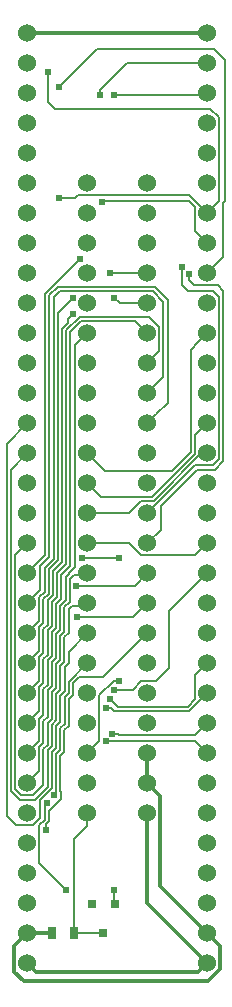
<source format=gtl>
G04 #@! TF.FileFunction,Copper,L1,Top,Signal*
%FSLAX46Y46*%
G04 Gerber Fmt 4.6, Leading zero omitted, Abs format (unit mm)*
G04 Created by KiCad (PCBNEW 4.0.7-e2-6376~58~ubuntu16.04.1) date Tue Apr  3 20:01:17 2018*
%MOMM*%
%LPD*%
G01*
G04 APERTURE LIST*
%ADD10C,0.203200*%
%ADD11C,1.524000*%
%ADD12R,0.800000X0.800000*%
%ADD13R,0.800000X1.000000*%
%ADD14C,0.609600*%
%ADD15C,0.304800*%
%ADD16C,0.177800*%
G04 APERTURE END LIST*
D10*
D11*
X144272000Y-69088000D03*
X144272000Y-71628000D03*
X144272000Y-74168000D03*
X144272000Y-76708000D03*
X144272000Y-79248000D03*
X144272000Y-81788000D03*
X144272000Y-84328000D03*
X144272000Y-86868000D03*
X144272000Y-89408000D03*
X144272000Y-91948000D03*
X144272000Y-94488000D03*
X144272000Y-97028000D03*
X144272000Y-99568000D03*
X144272000Y-102108000D03*
X144272000Y-104648000D03*
X144272000Y-107188000D03*
X144272000Y-109728000D03*
X144272000Y-112268000D03*
X144272000Y-114808000D03*
X144272000Y-117348000D03*
X144272000Y-119888000D03*
X144272000Y-122428000D03*
X144272000Y-124968000D03*
X144272000Y-127508000D03*
X144272000Y-130048000D03*
X144272000Y-132588000D03*
X144272000Y-135128000D03*
X144272000Y-137668000D03*
X144272000Y-140208000D03*
X144272000Y-142748000D03*
X144272000Y-145288000D03*
X144272000Y-147828000D03*
X159512000Y-147828000D03*
X159512000Y-145288000D03*
X159512000Y-142748000D03*
X159512000Y-140208000D03*
X159512000Y-137668000D03*
X159512000Y-135128000D03*
X159512000Y-132588000D03*
X159512000Y-130048000D03*
X159512000Y-127508000D03*
X159512000Y-124968000D03*
X159512000Y-122428000D03*
X159512000Y-119888000D03*
X159512000Y-117348000D03*
X159512000Y-114808000D03*
X159512000Y-112268000D03*
X159512000Y-109728000D03*
X159512000Y-107188000D03*
X159512000Y-104648000D03*
X159512000Y-102108000D03*
X159512000Y-99568000D03*
X159512000Y-97028000D03*
X159512000Y-94488000D03*
X159512000Y-91948000D03*
X159512000Y-89408000D03*
X159512000Y-86868000D03*
X159512000Y-84328000D03*
X159512000Y-81788000D03*
X159512000Y-79248000D03*
X159512000Y-76708000D03*
X159512000Y-74168000D03*
X159512000Y-71628000D03*
X159512000Y-69088000D03*
X154432000Y-135128000D03*
X154432000Y-132588000D03*
X154432000Y-130048000D03*
X154432000Y-127508000D03*
X154432000Y-124968000D03*
X154432000Y-122428000D03*
X154432000Y-119888000D03*
X154432000Y-117348000D03*
X154432000Y-114808000D03*
X154432000Y-112268000D03*
X154432000Y-109728000D03*
X154432000Y-107188000D03*
X154432000Y-104648000D03*
X154432000Y-102108000D03*
X154432000Y-99568000D03*
X154432000Y-97028000D03*
X154432000Y-94488000D03*
X154432000Y-91948000D03*
X154432000Y-89408000D03*
X154432000Y-86868000D03*
X154432000Y-84328000D03*
X154432000Y-81788000D03*
X149352000Y-135128000D03*
X149352000Y-132588000D03*
X149352000Y-130048000D03*
X149352000Y-127508000D03*
X149352000Y-124968000D03*
X149352000Y-122428000D03*
X149352000Y-119888000D03*
X149352000Y-117348000D03*
X149352000Y-114808000D03*
X149352000Y-112268000D03*
X149352000Y-109728000D03*
X149352000Y-107188000D03*
X149352000Y-104648000D03*
X149352000Y-102108000D03*
X149352000Y-99568000D03*
X149352000Y-97028000D03*
X149352000Y-94488000D03*
X149352000Y-91948000D03*
X149352000Y-89408000D03*
X149352000Y-86868000D03*
X149352000Y-84328000D03*
X149352000Y-81788000D03*
D12*
X151673600Y-142852800D03*
X149773600Y-142852800D03*
X150723600Y-145284800D03*
D13*
X146344600Y-145288000D03*
X148244600Y-145288000D03*
D14*
X150596600Y-83388201D03*
X145872201Y-136525000D03*
X148488400Y-118516400D03*
X148450370Y-115874800D03*
X157937200Y-89509600D03*
X157365700Y-88915422D03*
X150952201Y-129006600D03*
X151663421Y-91490799D03*
X151498300Y-128418087D03*
X151307811Y-89349334D03*
X152019031Y-123896524D03*
X152019031Y-113512600D03*
X148894799Y-113512600D03*
X146939031Y-83058000D03*
X146075400Y-72339200D03*
X146583325Y-133613193D03*
X148742400Y-88188800D03*
X148158200Y-91490799D03*
X148157220Y-92849169D03*
X150952201Y-126238000D03*
X151307811Y-125450597D03*
X151663421Y-124673565D03*
X145975433Y-134221086D03*
X147574000Y-141630400D03*
X151638000Y-141630400D03*
X146939000Y-73660000D03*
X151587200Y-74345800D03*
X150466775Y-74346460D03*
D15*
X144272000Y-147828000D02*
X145033999Y-148589999D01*
X145033999Y-148589999D02*
X158750001Y-148589999D01*
X158750001Y-148589999D02*
X159512000Y-147828000D01*
X154432000Y-135128000D02*
X154432000Y-142748000D01*
X154432000Y-142748000D02*
X159512000Y-147828000D01*
X144272000Y-69088000D02*
X145349630Y-69088000D01*
X145349630Y-69088000D02*
X159512000Y-69088000D01*
X144272000Y-145288000D02*
X146344600Y-145288000D01*
X143992600Y-149352000D02*
X159604458Y-149352000D01*
X160273999Y-146049999D02*
X159512000Y-145288000D01*
X159604458Y-149352000D02*
X160604201Y-148352257D01*
X160604201Y-148352257D02*
X160604201Y-146380201D01*
X160604201Y-146380201D02*
X160273999Y-146049999D01*
X143179799Y-148539199D02*
X143992600Y-149352000D01*
X144272000Y-145288000D02*
X143179799Y-146380201D01*
X143179799Y-146380201D02*
X143179799Y-148539199D01*
X154432000Y-132588000D02*
X155524201Y-133680201D01*
X155524201Y-133680201D02*
X155524201Y-141300201D01*
X158750001Y-144526001D02*
X159512000Y-145288000D01*
X155524201Y-141300201D02*
X158750001Y-144526001D01*
X154432000Y-130048000D02*
X154432000Y-132588000D01*
D16*
X158483299Y-83802207D02*
X157980391Y-83299299D01*
X157980391Y-83299299D02*
X150685502Y-83299299D01*
X150685502Y-83299299D02*
X150596600Y-83388201D01*
X159512000Y-86868000D02*
X158483299Y-85839299D01*
X158483299Y-85839299D02*
X158483299Y-83802207D01*
X154432000Y-119888000D02*
X150698200Y-123621800D01*
X150698200Y-123621800D02*
X148661108Y-123621800D01*
X148661108Y-123621800D02*
X148158220Y-124124688D01*
X147802620Y-127706028D02*
X147434359Y-128074289D01*
X148158220Y-124124688D02*
X148158220Y-125105042D01*
X146107667Y-135820627D02*
X145872201Y-136056093D01*
X145872201Y-136056093D02*
X145872201Y-136525000D01*
X148158220Y-125105042D02*
X147802620Y-125460642D01*
X147802620Y-125460642D02*
X147802620Y-127706028D01*
X147434359Y-128074289D02*
X147434359Y-129923457D01*
X147434359Y-129923457D02*
X147078751Y-130279065D01*
X147078751Y-130279065D02*
X147078751Y-133248525D01*
X147154826Y-133887514D02*
X146107667Y-134934673D01*
X146107667Y-134934673D02*
X146107667Y-135820627D01*
X147078751Y-133248525D02*
X147154826Y-133324600D01*
X147154826Y-133324600D02*
X147154826Y-133887514D01*
X154432000Y-117348000D02*
X153263600Y-118516400D01*
X153263600Y-118516400D02*
X148488400Y-118516400D01*
X154432000Y-114808000D02*
X153365200Y-115874800D01*
X153365200Y-115874800D02*
X148450370Y-115874800D01*
X160439101Y-90436701D02*
X159435800Y-90436701D01*
X157937200Y-89940652D02*
X158433249Y-90436701D01*
X157937200Y-89509600D02*
X157937200Y-89940652D01*
X158433249Y-90436701D02*
X159435800Y-90436701D01*
X155580062Y-111119938D02*
X155580062Y-109098062D01*
X155580062Y-109098062D02*
X158645813Y-106032311D01*
X158645813Y-106032311D02*
X160153075Y-106032311D01*
X160153075Y-106032311D02*
X160896311Y-105289075D01*
X160896311Y-105289075D02*
X160896311Y-90893911D01*
X160896311Y-90893911D02*
X160439101Y-90436701D01*
X154432000Y-112268000D02*
X155580062Y-111119938D01*
X157365700Y-88915422D02*
X157365700Y-90411300D01*
X157365700Y-90411300D02*
X157873699Y-90919299D01*
X160005777Y-90919299D02*
X157873699Y-90919299D01*
X154432000Y-109728000D02*
X154447216Y-109728000D01*
X154447216Y-109728000D02*
X158498515Y-105676701D01*
X158498515Y-105676701D02*
X160005777Y-105676701D01*
X160005777Y-105676701D02*
X160540701Y-105141777D01*
X160540701Y-105141777D02*
X160540701Y-91454223D01*
X160540701Y-91454223D02*
X160005777Y-90919299D01*
X144272000Y-117348000D02*
X145389600Y-116230400D01*
X145389600Y-116230400D02*
X145389600Y-114193308D01*
X145389600Y-114193308D02*
X146151553Y-113431355D01*
X146151553Y-113431355D02*
X146151553Y-91282555D01*
X146151553Y-91282555D02*
X146870419Y-90563689D01*
X146870419Y-90563689D02*
X155073076Y-90563690D01*
X155073076Y-90563690D02*
X156171921Y-91662535D01*
X155193999Y-101346001D02*
X154432000Y-102108000D01*
X156171921Y-91662535D02*
X156171921Y-100368079D01*
X156171921Y-100368079D02*
X155193999Y-101346001D01*
X144272000Y-119888000D02*
X145300701Y-118859299D01*
X145745210Y-114340606D02*
X146507162Y-113578654D01*
X145300701Y-118859299D02*
X145300701Y-116822207D01*
X145300701Y-116822207D02*
X145745210Y-116377698D01*
X145745210Y-116377698D02*
X145745210Y-114340606D01*
X146507162Y-113578654D02*
X146507162Y-91429854D01*
X146507162Y-91429854D02*
X147017717Y-90919299D01*
X147017717Y-90919299D02*
X154925777Y-90919299D01*
X154925777Y-90919299D02*
X155816311Y-91809833D01*
X155816311Y-91809833D02*
X155816311Y-98183689D01*
X155816311Y-98183689D02*
X155193999Y-98806001D01*
X155193999Y-98806001D02*
X154432000Y-99568000D01*
X144272000Y-127508000D02*
X145300701Y-126479299D01*
X146011921Y-121693895D02*
X146011921Y-119656803D01*
X145300701Y-126479299D02*
X145300701Y-124442207D01*
X145300701Y-124442207D02*
X145656311Y-124086597D01*
X145656311Y-124086597D02*
X145656311Y-122049505D01*
X155193999Y-96266001D02*
X154432000Y-97028000D01*
X145656311Y-122049505D02*
X146011921Y-121693895D01*
X146812040Y-116819592D02*
X146812040Y-114782500D01*
X148710925Y-93103689D02*
X154570167Y-93103689D01*
X146011921Y-119656803D02*
X146367531Y-119301193D01*
X146367531Y-119301193D02*
X146367531Y-117264101D01*
X146812040Y-114782500D02*
X147573992Y-114020548D01*
X146367531Y-117264101D02*
X146812040Y-116819592D01*
X155460701Y-93994223D02*
X155460701Y-95999299D01*
X147573992Y-114020548D02*
X147573991Y-94240623D01*
X147573991Y-94240623D02*
X148710925Y-93103689D01*
X154570167Y-93103689D02*
X155460701Y-93994223D01*
X155460701Y-95999299D02*
X155193999Y-96266001D01*
X146011921Y-124233895D02*
X146011921Y-122196803D01*
X146723141Y-117411399D02*
X147167650Y-116966890D01*
X145656311Y-124589505D02*
X146011921Y-124233895D01*
X144272000Y-130048000D02*
X145300701Y-129019299D01*
X145300701Y-129019299D02*
X145300701Y-127190501D01*
X147167650Y-116966890D02*
X147167650Y-114929798D01*
X145300701Y-127190501D02*
X145656311Y-126834891D01*
X147929601Y-114167847D02*
X147929600Y-94387922D01*
X145656311Y-126834891D02*
X145656311Y-124589505D01*
X146011921Y-122196803D02*
X146367531Y-121841193D01*
X146367531Y-121841193D02*
X146367531Y-119804101D01*
X146367531Y-119804101D02*
X146723141Y-119448491D01*
X146723141Y-119448491D02*
X146723141Y-117411399D01*
X147167650Y-114929798D02*
X147929601Y-114167847D01*
X147929600Y-94387922D02*
X148858223Y-93459299D01*
X148858223Y-93459299D02*
X153403299Y-93459299D01*
X153403299Y-93459299D02*
X153670001Y-93726001D01*
X153670001Y-93726001D02*
X154432000Y-94488000D01*
X150952201Y-129006600D02*
X158470600Y-129006600D01*
X158470600Y-129006600D02*
X159512000Y-130048000D01*
X154432000Y-91948000D02*
X152120622Y-91948000D01*
X152120622Y-91948000D02*
X151663421Y-91490799D01*
X151498300Y-128418087D02*
X151929352Y-128418087D01*
X151929352Y-128418087D02*
X152047966Y-128536701D01*
X152047966Y-128536701D02*
X158483299Y-128536701D01*
X158483299Y-128536701D02*
X158750001Y-128269999D01*
X158750001Y-128269999D02*
X159512000Y-127508000D01*
X154432000Y-89408000D02*
X151366477Y-89408000D01*
X151366477Y-89408000D02*
X151307811Y-89349334D01*
X149352000Y-135128000D02*
X149352000Y-136205630D01*
X149352000Y-136205630D02*
X148244600Y-137313030D01*
X148244600Y-137313030D02*
X148244600Y-144610200D01*
X148244600Y-144610200D02*
X148244600Y-145288000D01*
X148244600Y-145288000D02*
X150720400Y-145288000D01*
X150720400Y-145288000D02*
X150723600Y-145284800D01*
X148551899Y-82816701D02*
X148310600Y-83058000D01*
X148310600Y-83058000D02*
X146939031Y-83058000D01*
X159512000Y-84328000D02*
X158000701Y-82816701D01*
X158000701Y-82816701D02*
X148551899Y-82816701D01*
X152019031Y-123896524D02*
X151587979Y-123896524D01*
X151587979Y-123896524D02*
X150380700Y-125103803D01*
X150380700Y-125103803D02*
X150380700Y-129019300D01*
X150380700Y-129019300D02*
X150113999Y-129286001D01*
X150113999Y-129286001D02*
X149352000Y-130048000D01*
X148894799Y-113512600D02*
X152019031Y-113512600D01*
X146659600Y-75463400D02*
X146075400Y-74879200D01*
X146075400Y-74879200D02*
X146075400Y-72339200D01*
X150749000Y-75463400D02*
X150139400Y-75463400D01*
X159789878Y-75463400D02*
X150749000Y-75463400D01*
X150749000Y-75463400D02*
X146659600Y-75463400D01*
X159512000Y-84328000D02*
X160540701Y-83299299D01*
X160540701Y-83299299D02*
X160540701Y-76214223D01*
X160540701Y-76214223D02*
X159789878Y-75463400D01*
X146583325Y-133613193D02*
X146723141Y-133473377D01*
X146723141Y-133473377D02*
X146723141Y-130131767D01*
X146723141Y-130131767D02*
X147078749Y-129776159D01*
X147078749Y-129776159D02*
X147078749Y-127926991D01*
X147078749Y-127926991D02*
X147447010Y-127558730D01*
X147447010Y-127558730D02*
X147447010Y-125313344D01*
X147802610Y-124957744D02*
X147802610Y-123977390D01*
X147447010Y-125313344D02*
X147802610Y-124957744D01*
X147802610Y-123977390D02*
X149352000Y-122428000D01*
X146387901Y-129964099D02*
X146723139Y-129628861D01*
X146723139Y-127779693D02*
X147091400Y-127411432D01*
X144272000Y-102108000D02*
X142532080Y-103847920D01*
X142532080Y-103847920D02*
X142532080Y-135393156D01*
X142532080Y-135393156D02*
X143295625Y-136156701D01*
X143295625Y-136156701D02*
X144765777Y-136156701D01*
X144765777Y-136156701D02*
X145396447Y-135526031D01*
X145396447Y-135526031D02*
X145396447Y-133991847D01*
X146367531Y-133020763D02*
X146367531Y-129964099D01*
X145396447Y-133991847D02*
X146367531Y-133020763D01*
X147091400Y-127411432D02*
X147091400Y-125166046D01*
X146367531Y-129964099D02*
X146387901Y-129964099D01*
X147447000Y-124810446D02*
X147447000Y-122773354D01*
X146723139Y-129628861D02*
X146723139Y-127779693D01*
X147091400Y-125166046D02*
X147447000Y-124810446D01*
X147447000Y-122773354D02*
X147802600Y-122417754D01*
X147802600Y-122417754D02*
X147802600Y-121437400D01*
X147802600Y-121437400D02*
X149352000Y-119888000D01*
X147078749Y-122638699D02*
X147434359Y-122283087D01*
X144272000Y-104648000D02*
X142887690Y-106032310D01*
X147434359Y-122283087D02*
X147434360Y-120245996D01*
X142887690Y-106032310D02*
X142887690Y-133229076D01*
X147789969Y-119890385D02*
X147789969Y-117853295D01*
X144913076Y-133972310D02*
X146011921Y-132873465D01*
X142887690Y-133229076D02*
X143630925Y-133972311D01*
X143630925Y-133972311D02*
X144913076Y-133972310D01*
X146723140Y-125031400D02*
X147078749Y-124675789D01*
X146011921Y-132873465D02*
X146011921Y-129816803D01*
X146011921Y-129816803D02*
X146367529Y-129461193D01*
X146367529Y-129461193D02*
X146367529Y-127632397D01*
X146367529Y-127632397D02*
X146723139Y-127276785D01*
X146723139Y-127276785D02*
X146723140Y-125031400D01*
X147078749Y-124675789D02*
X147078749Y-122638699D01*
X147434360Y-120245996D02*
X147789969Y-119890385D01*
X147789969Y-117853295D02*
X148066664Y-117576600D01*
X148066664Y-117576600D02*
X149123400Y-117576600D01*
X149123400Y-117576600D02*
X149352000Y-117348000D01*
X144272000Y-112268000D02*
X143243299Y-113296701D01*
X143243299Y-133081777D02*
X143778223Y-133616701D01*
X145656311Y-132726167D02*
X145656311Y-129669505D01*
X143243299Y-113296701D02*
X143243299Y-133081777D01*
X143778223Y-133616701D02*
X144765777Y-133616701D01*
X145656311Y-129669505D02*
X146011920Y-129313896D01*
X144765777Y-133616701D02*
X145656311Y-132726167D01*
X146723140Y-124528492D02*
X146723141Y-122491399D01*
X147078750Y-122135790D02*
X147078751Y-120098697D01*
X146011920Y-129313896D02*
X146011921Y-127485097D01*
X147434361Y-117705995D02*
X147878870Y-117261486D01*
X147878870Y-115261560D02*
X148205430Y-114935000D01*
X146723141Y-122491399D02*
X147078750Y-122135790D01*
X146011921Y-127485097D02*
X146367530Y-127129488D01*
X146367530Y-127129488D02*
X146367531Y-124884101D01*
X146367531Y-124884101D02*
X146723140Y-124528492D01*
X147078751Y-120098697D02*
X147434360Y-119743088D01*
X147434360Y-119743088D02*
X147434361Y-117705995D01*
X147878870Y-117261486D02*
X147878870Y-115261560D01*
X148205430Y-114935000D02*
X149225000Y-114935000D01*
X149225000Y-114935000D02*
X149352000Y-114808000D01*
X149352000Y-112268000D02*
X152909522Y-112268000D01*
X152909522Y-112268000D02*
X153938223Y-113296701D01*
X153938223Y-113296701D02*
X158483299Y-113296701D01*
X158483299Y-113296701D02*
X158750001Y-113029999D01*
X158750001Y-113029999D02*
X159512000Y-112268000D01*
X159512000Y-104648000D02*
X159024308Y-104648000D01*
X159024308Y-104648000D02*
X154973009Y-108699299D01*
X154973009Y-108699299D02*
X153938223Y-108699299D01*
X153938223Y-108699299D02*
X152909522Y-109728000D01*
X152909522Y-109728000D02*
X149352000Y-109728000D01*
X149352000Y-107188000D02*
X150507690Y-108343690D01*
X150507690Y-108343690D02*
X154825711Y-108343689D01*
X158483299Y-103136701D02*
X158750001Y-102869999D01*
X154825711Y-108343689D02*
X158483299Y-104686101D01*
X158483299Y-104686101D02*
X158483299Y-103136701D01*
X158750001Y-102869999D02*
X159512000Y-102108000D01*
X156519892Y-106146600D02*
X158127689Y-104538803D01*
X158127689Y-104538803D02*
X158127689Y-95872311D01*
X158127689Y-95872311D02*
X158750001Y-95249999D01*
X158750001Y-95249999D02*
X159512000Y-94488000D01*
X150850600Y-106146600D02*
X156519892Y-106146600D01*
X149352000Y-104648000D02*
X150850600Y-106146600D01*
X144272000Y-114808000D02*
X145795943Y-113284057D01*
X145795943Y-113284057D02*
X145795944Y-91135256D01*
X145795944Y-91135256D02*
X148742400Y-88188800D01*
X146862772Y-93297796D02*
X146862772Y-92786227D01*
X146862772Y-92786227D02*
X148158200Y-91490799D01*
X144272000Y-122428000D02*
X145300701Y-121399299D01*
X145300701Y-121399299D02*
X145300701Y-119362207D01*
X145300701Y-119362207D02*
X145656311Y-119006597D01*
X145656311Y-119006597D02*
X145656311Y-116969505D01*
X145656311Y-116969505D02*
X146100820Y-116524996D01*
X146862772Y-113725952D02*
X146862772Y-93297796D01*
X146100820Y-116524996D02*
X146100820Y-114487904D01*
X146100820Y-114487904D02*
X146862772Y-113725952D01*
X147695450Y-93616256D02*
X147695450Y-93310939D01*
X147695450Y-93310939D02*
X148157220Y-92849169D01*
X146011921Y-119153895D02*
X146011921Y-117116803D01*
X144272000Y-124968000D02*
X145300701Y-123939299D01*
X145300701Y-123939299D02*
X145300701Y-121902207D01*
X146011921Y-117116803D02*
X146456430Y-116672294D01*
X145300701Y-121902207D02*
X145656311Y-121546597D01*
X145656311Y-121546597D02*
X145656311Y-119509505D01*
X147218382Y-94093326D02*
X147695450Y-93616256D01*
X145656311Y-119509505D02*
X146011921Y-119153895D01*
X146456430Y-116672294D02*
X146456430Y-114635202D01*
X147218382Y-113873250D02*
X147218382Y-94093326D01*
X146456430Y-114635202D02*
X147218382Y-113873250D01*
X144272000Y-132588000D02*
X145300701Y-131559299D01*
X145300701Y-131559299D02*
X145300701Y-129522207D01*
X145300701Y-129522207D02*
X145656311Y-129166597D01*
X145656311Y-129166597D02*
X145656311Y-127337799D01*
X147777200Y-114823156D02*
X148323299Y-114277057D01*
X148590001Y-95249999D02*
X149352000Y-94488000D01*
X145656311Y-127337799D02*
X146011921Y-126982189D01*
X146723141Y-119951399D02*
X147078751Y-119595789D01*
X146011921Y-126982189D02*
X146011921Y-124736803D01*
X147078751Y-117558697D02*
X147523260Y-117114188D01*
X146011921Y-124736803D02*
X146367531Y-124381193D01*
X146367531Y-122344101D02*
X146723141Y-121988491D01*
X146367531Y-124381193D02*
X146367531Y-122344101D01*
X146723141Y-121988491D02*
X146723141Y-119951399D01*
X147078751Y-119595789D02*
X147078751Y-117558697D01*
X147523260Y-115114262D02*
X147777200Y-114860322D01*
X147523260Y-117114188D02*
X147523260Y-115114262D01*
X147777200Y-114860322D02*
X147777200Y-114823156D01*
X148323299Y-114277057D02*
X148323299Y-95516701D01*
X148323299Y-95516701D02*
X148590001Y-95249999D01*
X151611853Y-126466600D02*
X158013400Y-126466600D01*
X158013400Y-126466600D02*
X159512000Y-124968000D01*
X150952201Y-126238000D02*
X151383253Y-126238000D01*
X151383253Y-126238000D02*
X151611853Y-126466600D01*
X151307811Y-125450597D02*
X151968204Y-126110990D01*
X151968204Y-126110990D02*
X157866102Y-126110990D01*
X157866102Y-126110990D02*
X158483299Y-125493793D01*
X158483299Y-125493793D02*
X158483299Y-123456701D01*
X158483299Y-123456701D02*
X158750001Y-123189999D01*
X158750001Y-123189999D02*
X159512000Y-122428000D01*
X153938223Y-123939299D02*
X155143200Y-123939299D01*
X159512000Y-114808000D02*
X156286200Y-118033800D01*
X156286200Y-118033800D02*
X156286200Y-122796299D01*
X156286200Y-122796299D02*
X155143200Y-123939299D01*
X151663421Y-124673565D02*
X153203957Y-124673565D01*
X153203957Y-124673565D02*
X153938223Y-123939299D01*
X147574000Y-141630400D02*
X145300701Y-139357101D01*
X145300701Y-139357101D02*
X145300701Y-136124685D01*
X145300701Y-136124685D02*
X145752057Y-135673329D01*
X145752057Y-135673329D02*
X145752057Y-134444462D01*
X145752057Y-134444462D02*
X145975433Y-134221086D01*
X151638000Y-141630400D02*
X151638000Y-142817200D01*
X151638000Y-142817200D02*
X151673600Y-142852800D01*
X160121600Y-70408800D02*
X150190200Y-70408800D01*
X150190200Y-70408800D02*
X146939000Y-73660000D01*
X161061409Y-71348609D02*
X160121600Y-70408800D01*
X161061409Y-76555591D02*
X161061409Y-71348609D01*
X160896311Y-83446597D02*
X161061409Y-83281499D01*
X161061409Y-83281499D02*
X161061409Y-76555591D01*
X159512000Y-89408000D02*
X160896310Y-88023690D01*
X160896310Y-88023690D02*
X160896311Y-83446597D01*
X151587200Y-74345800D02*
X159334200Y-74345800D01*
X159334200Y-74345800D02*
X159512000Y-74168000D01*
X159511283Y-74167283D02*
X159512000Y-74168000D01*
X150466775Y-74346460D02*
X150466775Y-73915408D01*
X150466775Y-73915408D02*
X152754183Y-71628000D01*
X152754183Y-71628000D02*
X158434370Y-71628000D01*
X158434370Y-71628000D02*
X159512000Y-71628000D01*
M02*

</source>
